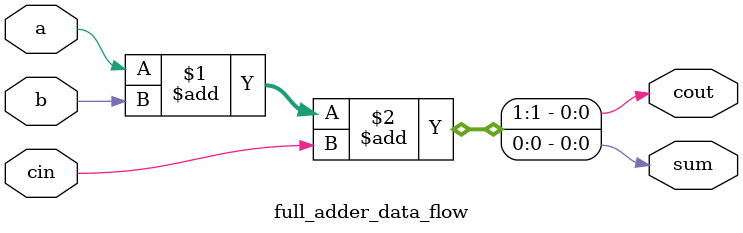
<source format=v>
module full_adder_data_flow (
    input a,
    input b,
    input cin,
    output sum,
    output cout
);

assign {cout,sum} = a + b + cin;

endmodule
</source>
